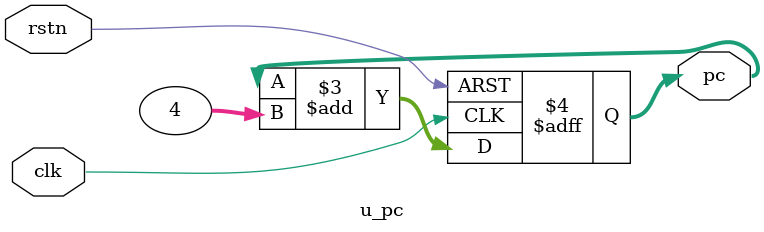
<source format=sv>
module u_pc(
input  clk,
input  rstn,
// output
output logic [31:0] pc 
); 

always_ff@(posedge clk or negedge rstn) begin: reg_pc
  if(!rstn) pc <= 0;
  else      pc <= pc + 4; 
end

endmodule

</source>
